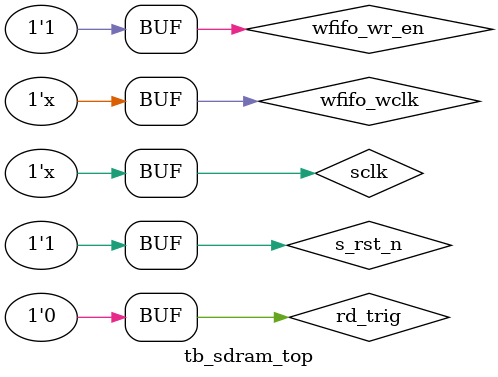
<source format=v>
`timescale      1ns/1ns

module  tb_sdram_top;

//use IEEE.STD_LOGIC_ARITH.ALL;
//use IEEE.STD_LOGIC_UNSIGNED.ALL;


reg             sclk;
reg             s_rst_n;

//----------------------------------------------------------
wire            sdram_clk;
wire            sdram_cke;
wire            sdram_cs_n;
wire            sdram_cas_n;
wire            sdram_ras_n;
wire            sdram_we_n;
wire    [ 1:0]  sdram_bank;
wire    [12:0]  sdram_addr;
wire    [ 1:0]  sdram_dqm;
wire    [15:0]  sdram_dq;

reg wr_trig;
reg rd_trig;

reg                             wfifo_wclk                      ;       
reg                             wfifo_wr_en                     ;       
reg  [15:0]                     wfifo_wr_data                    ;       
               
                    
//----------------------------------------------------------

initial begin
        sclk    =       1;
        s_rst_n <=      0;
        rd_trig <= 0;
        #100
        s_rst_n <=      1;
        #210000;
    
end

initial begin
   wfifo_wclk = 1;
   wfifo_wr_en = 0;
   #220000;
   wfifo_wr_en = 1;
end

//------------------------------------------------------- 
//    wfifo_wr_data
always  @(posedge wfifo_wclk or negedge s_rst_n) begin
        if(s_rst_n == 1'b0)
            wfifo_wr_data = 'd0;
        else if(wfifo_wr_data >= 255)
            wfifo_wr_data = 'd0;
        else if(wfifo_wr_en == 1'b1)
            wfifo_wr_data = wfifo_wr_data + 1'b1;
end

always  begin
    #5;     
    sclk    =       ~sclk; //100M
end

always begin
    #10;
    wfifo_wclk = ~wfifo_wclk; //50M
end

defparam        sdram_model_plus_inst.addr_bits =       13;
defparam        sdram_model_plus_inst.data_bits =       16;
defparam        sdram_model_plus_inst.col_bits  =       9;
defparam        sdram_model_plus_inst.mem_sizes =       2*1024*1024;            // 2M






sdram_top	sdram_top_inst(
        // system signals
        .sclk                   (sclk                   ),
        .s_rst_n                (s_rst_n                ),
        // SDRAM Interfaces
        .sdram_clk              (sdram_clk              ),
        .sdram_cke              (sdram_cke              ),
        .sdram_cs_n             (sdram_cs_n             ),
        .sdram_cas_n            (sdram_cas_n            ),
        .sdram_ras_n            (sdram_ras_n            ),
        .sdram_we_n             (sdram_we_n             ),
        .sdram_bank             (sdram_bank             ),
        .sdram_addr             (sdram_addr             ),
        .sdram_dqm              (sdram_dqm              ),
        .sdram_dq               (sdram_dq               ),
    
            // FIFO Signals
        .wfifo_wclk             (wfifo_wclk             ),
        .wfifo_wr_en            (wfifo_wr_en            ),
        .wfifo_wr_data          (wfifo_wr_data          ),

        .rfifo_wr_data          (                       ),
        .rfifo_wr_en            (                       )
);


sdram_model_plus sdram_model_plus_inst(
        .Dq                     (sdram_dq               ), 
        .Addr                   (sdram_addr             ), 
        .Ba                     (sdram_bank             ), 
        .Clk                    (sdram_clk              ), 
        .Cke                    (sdram_cke              ), 
        .Cs_n                   (sdram_cs_n             ), 
        .Ras_n                  (sdram_ras_n            ), 
        .Cas_n                  (sdram_cas_n            ), 
        .We_n                   (sdram_we_n             ), 
        .Dqm                    (sdram_dqm              ),
        .Debug                  (1'b1                   )
);


endmodule

</source>
